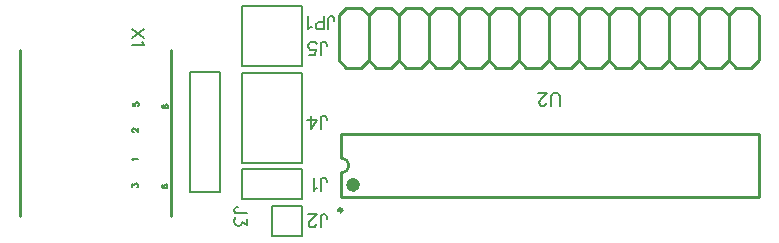
<source format=gto>
G04 Layer: TopSilkscreenLayer*
G04 EasyEDA v6.5.5, 2022-06-07 12:17:47*
G04 816fe8a47c3545be857c20b100b7e496,0a780afeddf54f0185a1b1f5ac8a31da,10*
G04 Gerber Generator version 0.2*
G04 Scale: 100 percent, Rotated: No, Reflected: No *
G04 Dimensions in millimeters *
G04 leading zeros omitted , absolute positions ,4 integer and 5 decimal *
%FSLAX45Y45*%
%MOMM*%

%ADD10C,0.2540*%
%ADD11C,0.3000*%
%ADD22C,0.2030*%
%ADD23C,0.2032*%
%ADD24C,0.6000*%
%ADD25C,0.1524*%

%LPD*%
D25*
X2281174Y-1644937D02*
G01*
X2281174Y-1561879D01*
X2286508Y-1546131D01*
X2291588Y-1541051D01*
X2302002Y-1535971D01*
X2312415Y-1535971D01*
X2322829Y-1541051D01*
X2328163Y-1546131D01*
X2333243Y-1561879D01*
X2333243Y-1572293D01*
X2246884Y-1624109D02*
G01*
X2236724Y-1629443D01*
X2220975Y-1644937D01*
X2220975Y-1535971D01*
X2281174Y-1953971D02*
G01*
X2281174Y-1870913D01*
X2286508Y-1855165D01*
X2291588Y-1850085D01*
X2302002Y-1845005D01*
X2312415Y-1845005D01*
X2322829Y-1850085D01*
X2328163Y-1855165D01*
X2333243Y-1870913D01*
X2333243Y-1881327D01*
X2241804Y-1928063D02*
G01*
X2241804Y-1933143D01*
X2236724Y-1943557D01*
X2231390Y-1948891D01*
X2220975Y-1953971D01*
X2200147Y-1953971D01*
X2189734Y-1948891D01*
X2184654Y-1943557D01*
X2179574Y-1933143D01*
X2179574Y-1922729D01*
X2184654Y-1912315D01*
X2195068Y-1896821D01*
X2246884Y-1845005D01*
X2174240Y-1845005D01*
X2281174Y-1120005D02*
G01*
X2281174Y-1036947D01*
X2286508Y-1021199D01*
X2291588Y-1016119D01*
X2302002Y-1011039D01*
X2312415Y-1011039D01*
X2322829Y-1016119D01*
X2328163Y-1021199D01*
X2333243Y-1036947D01*
X2333243Y-1047361D01*
X2195068Y-1120005D02*
G01*
X2246884Y-1047361D01*
X2169159Y-1047361D01*
X2195068Y-1120005D02*
G01*
X2195068Y-1011039D01*
X2281168Y-493471D02*
G01*
X2281168Y-410413D01*
X2286502Y-394665D01*
X2291582Y-389585D01*
X2301996Y-384505D01*
X2312410Y-384505D01*
X2322824Y-389585D01*
X2328158Y-394665D01*
X2333238Y-410413D01*
X2333238Y-420827D01*
X2184648Y-493471D02*
G01*
X2236718Y-493471D01*
X2241798Y-446735D01*
X2236718Y-451815D01*
X2220970Y-457149D01*
X2205476Y-457149D01*
X2189728Y-451815D01*
X2179568Y-441655D01*
X2174234Y-425907D01*
X2174234Y-415493D01*
X2179568Y-399999D01*
X2189728Y-389585D01*
X2205476Y-384505D01*
X2220970Y-384505D01*
X2236718Y-389585D01*
X2241798Y-394665D01*
X2246878Y-405079D01*
X2344674Y-277571D02*
G01*
X2344674Y-194513D01*
X2350008Y-178765D01*
X2355088Y-173685D01*
X2365502Y-168605D01*
X2375915Y-168605D01*
X2386329Y-173685D01*
X2391663Y-178765D01*
X2396743Y-194513D01*
X2396743Y-204927D01*
X2310384Y-277571D02*
G01*
X2310384Y-168605D01*
X2310384Y-277571D02*
G01*
X2263647Y-277571D01*
X2248154Y-272491D01*
X2243074Y-267157D01*
X2237740Y-256743D01*
X2237740Y-241249D01*
X2243074Y-230835D01*
X2248154Y-225755D01*
X2263647Y-220421D01*
X2310384Y-220421D01*
X2203450Y-256743D02*
G01*
X2193036Y-262077D01*
X2177541Y-277571D01*
X2177541Y-168605D01*
X4304093Y-925271D02*
G01*
X4304093Y-847293D01*
X4299013Y-831799D01*
X4288599Y-821385D01*
X4272851Y-816305D01*
X4262437Y-816305D01*
X4246943Y-821385D01*
X4236529Y-831799D01*
X4231449Y-847293D01*
X4231449Y-925271D01*
X4191825Y-899363D02*
G01*
X4191825Y-904443D01*
X4186745Y-914857D01*
X4181411Y-920191D01*
X4170997Y-925271D01*
X4150423Y-925271D01*
X4140009Y-920191D01*
X4134675Y-914857D01*
X4129595Y-904443D01*
X4129595Y-894029D01*
X4134675Y-883615D01*
X4145089Y-868121D01*
X4197159Y-816305D01*
X4124261Y-816305D01*
X788415Y-279400D02*
G01*
X679450Y-352044D01*
X788415Y-352044D02*
G01*
X679450Y-279400D01*
X767587Y-386334D02*
G01*
X772921Y-396747D01*
X788415Y-412495D01*
X679450Y-412495D01*
X695197Y-1386839D02*
G01*
X692912Y-1382268D01*
X686054Y-1375410D01*
X734568Y-1375410D01*
X697484Y-1145794D02*
G01*
X695197Y-1145794D01*
X690626Y-1143507D01*
X688339Y-1141221D01*
X686054Y-1136650D01*
X686054Y-1127252D01*
X688339Y-1122679D01*
X690626Y-1120394D01*
X695197Y-1118107D01*
X699770Y-1118107D01*
X704595Y-1120394D01*
X711454Y-1124965D01*
X734568Y-1148079D01*
X734568Y-1115821D01*
X686054Y-1610868D02*
G01*
X686054Y-1585468D01*
X704595Y-1599184D01*
X704595Y-1592326D01*
X706881Y-1587754D01*
X709168Y-1585468D01*
X716026Y-1583181D01*
X720597Y-1583181D01*
X727710Y-1585468D01*
X732281Y-1590039D01*
X734568Y-1596897D01*
X734568Y-1604010D01*
X732281Y-1610868D01*
X729995Y-1613154D01*
X725170Y-1615439D01*
X691134Y-901954D02*
G01*
X691134Y-925068D01*
X711962Y-927354D01*
X709676Y-925068D01*
X707389Y-918210D01*
X707389Y-911097D01*
X709676Y-904239D01*
X714247Y-899668D01*
X721105Y-897381D01*
X725678Y-897381D01*
X732789Y-899668D01*
X737362Y-904239D01*
X739647Y-911097D01*
X739647Y-918210D01*
X737362Y-925068D01*
X735076Y-927354D01*
X730250Y-929639D01*
X941831Y-1595373D02*
G01*
X937260Y-1597660D01*
X934973Y-1604518D01*
X934973Y-1609089D01*
X937260Y-1616202D01*
X944118Y-1620773D01*
X955802Y-1623060D01*
X967231Y-1623060D01*
X976629Y-1620773D01*
X981202Y-1616202D01*
X983487Y-1609089D01*
X983487Y-1606804D01*
X981202Y-1599945D01*
X976629Y-1595373D01*
X969518Y-1593087D01*
X967231Y-1593087D01*
X960373Y-1595373D01*
X955802Y-1599945D01*
X953515Y-1606804D01*
X953515Y-1609089D01*
X955802Y-1616202D01*
X960373Y-1620773D01*
X967231Y-1623060D01*
X940054Y-935989D02*
G01*
X942339Y-942847D01*
X946912Y-945134D01*
X951484Y-945134D01*
X956310Y-942847D01*
X958595Y-938276D01*
X960881Y-928878D01*
X963168Y-922020D01*
X967739Y-917447D01*
X972312Y-915162D01*
X979170Y-915162D01*
X983995Y-917447D01*
X986281Y-919734D01*
X988568Y-926592D01*
X988568Y-935989D01*
X986281Y-942847D01*
X983995Y-945134D01*
X979170Y-947420D01*
X972312Y-947420D01*
X967739Y-945134D01*
X963168Y-940562D01*
X960881Y-933450D01*
X958595Y-924305D01*
X956310Y-919734D01*
X951484Y-917447D01*
X946912Y-917447D01*
X942339Y-919734D01*
X940054Y-926592D01*
X940054Y-935989D01*
X1656613Y-1837067D02*
G01*
X1573555Y-1837067D01*
X1557807Y-1831733D01*
X1552727Y-1826653D01*
X1547647Y-1816239D01*
X1547647Y-1805825D01*
X1552727Y-1795411D01*
X1557807Y-1790077D01*
X1573555Y-1784997D01*
X1583969Y-1784997D01*
X1656613Y-1881517D02*
G01*
X1656613Y-1938667D01*
X1614957Y-1907679D01*
X1614957Y-1923173D01*
X1609877Y-1933587D01*
X1604797Y-1938667D01*
X1589049Y-1944001D01*
X1578635Y-1944001D01*
X1563141Y-1938667D01*
X1552727Y-1928507D01*
X1547647Y-1912759D01*
X1547647Y-1897265D01*
X1552727Y-1881517D01*
X1557807Y-1876437D01*
X1568221Y-1871357D01*
D22*
X2123693Y-1466121D02*
G01*
X1806194Y-1466121D01*
D23*
X2123693Y-1466121D02*
G01*
X2123693Y-1720121D01*
X1615694Y-1720121D01*
X1615694Y-1466121D01*
X1806194Y-1466121D01*
X1869694Y-1775155D02*
G01*
X2123693Y-1775155D01*
X2123693Y-2029155D01*
X1869694Y-2029155D01*
X1869694Y-1838655D01*
D22*
X1869694Y-1775155D02*
G01*
X1869694Y-1838655D01*
D23*
X1615694Y-1411089D02*
G01*
X2123693Y-1411089D01*
X2123693Y-649089D01*
X1615694Y-649089D01*
X1615694Y-1411089D01*
X1615694Y-924247D01*
X2123688Y-594055D02*
G01*
X1615688Y-594055D01*
X1615688Y-86055D01*
X2123688Y-86055D01*
X2123688Y-594055D01*
D10*
X2433195Y-543255D02*
G01*
X2496695Y-606755D01*
X2496695Y-606755D02*
G01*
X2623695Y-606755D01*
X2623695Y-606755D02*
G01*
X2687195Y-543255D01*
X2687195Y-543255D02*
G01*
X2750695Y-606755D01*
X2750695Y-606755D02*
G01*
X2877695Y-606755D01*
X2877695Y-606755D02*
G01*
X2941195Y-543255D01*
X2941195Y-543255D02*
G01*
X3004695Y-606755D01*
X3004695Y-606755D02*
G01*
X3131695Y-606755D01*
X3131695Y-606755D02*
G01*
X3195195Y-543255D01*
X3195195Y-543255D02*
G01*
X3258695Y-606755D01*
X3258695Y-606755D02*
G01*
X3385695Y-606755D01*
X3385695Y-606755D02*
G01*
X3449195Y-543255D01*
X3449195Y-543255D02*
G01*
X3512695Y-606755D01*
X3512695Y-606755D02*
G01*
X3639695Y-606755D01*
X3639695Y-606755D02*
G01*
X3703195Y-543255D01*
X3703195Y-543255D02*
G01*
X3766695Y-606755D01*
X3766695Y-606755D02*
G01*
X3893695Y-606755D01*
X3893695Y-606755D02*
G01*
X3957195Y-543255D01*
X2433195Y-543255D02*
G01*
X2433195Y-162255D01*
X2433195Y-162255D02*
G01*
X2496695Y-98755D01*
X2496695Y-98755D02*
G01*
X2623695Y-98755D01*
X2623695Y-98755D02*
G01*
X2687195Y-162255D01*
X2687195Y-162255D02*
G01*
X2750695Y-98755D01*
X2750695Y-98755D02*
G01*
X2877695Y-98755D01*
X2877695Y-98755D02*
G01*
X2941195Y-162255D01*
X2941195Y-162255D02*
G01*
X3004695Y-98755D01*
X3004695Y-98755D02*
G01*
X3131695Y-98755D01*
X3131695Y-98755D02*
G01*
X3195195Y-162255D01*
X3195195Y-162255D02*
G01*
X3258695Y-98755D01*
X3258695Y-98755D02*
G01*
X3385695Y-98755D01*
X3385695Y-98755D02*
G01*
X3449195Y-162255D01*
X3449195Y-162255D02*
G01*
X3512695Y-98755D01*
X3512695Y-98755D02*
G01*
X3639695Y-98755D01*
X3639695Y-98755D02*
G01*
X3703195Y-162255D01*
X3703195Y-162255D02*
G01*
X3766695Y-98755D01*
X3766695Y-98755D02*
G01*
X3893695Y-98755D01*
X3893695Y-98755D02*
G01*
X3957195Y-162255D01*
X3957195Y-162255D02*
G01*
X4020695Y-98755D01*
X4020695Y-98755D02*
G01*
X4147695Y-98755D01*
X4147695Y-98755D02*
G01*
X4211195Y-162255D01*
X4211195Y-162255D02*
G01*
X4274695Y-98755D01*
X4274695Y-98755D02*
G01*
X4401695Y-98755D01*
X4401695Y-98755D02*
G01*
X4465195Y-162255D01*
X4465195Y-162255D02*
G01*
X4528695Y-98755D01*
X4528695Y-98755D02*
G01*
X4655695Y-98755D01*
X4655695Y-98755D02*
G01*
X4719195Y-162255D01*
X4719195Y-162255D02*
G01*
X4782695Y-98755D01*
X4782695Y-98755D02*
G01*
X4909695Y-98755D01*
X4909695Y-98755D02*
G01*
X4973195Y-162255D01*
X4973195Y-162255D02*
G01*
X5036695Y-98755D01*
X5036695Y-98755D02*
G01*
X5163695Y-98755D01*
X5163695Y-98755D02*
G01*
X5227195Y-162255D01*
X5227195Y-162255D02*
G01*
X5290695Y-98755D01*
X5290695Y-98755D02*
G01*
X5417695Y-98755D01*
X5481195Y-162255D02*
G01*
X5417695Y-98755D01*
X5481195Y-162255D02*
G01*
X5544695Y-98755D01*
X5671695Y-98755D02*
G01*
X5544695Y-98755D01*
X5671695Y-98755D02*
G01*
X5735195Y-162255D01*
X5735195Y-543255D02*
G01*
X5671695Y-606755D01*
X5671695Y-606755D02*
G01*
X5544695Y-606755D01*
X5481195Y-543255D02*
G01*
X5544695Y-606755D01*
X5481195Y-543255D02*
G01*
X5417695Y-606755D01*
X5417695Y-606755D02*
G01*
X5290695Y-606755D01*
X5227195Y-543255D02*
G01*
X5290695Y-606755D01*
X5227195Y-543255D02*
G01*
X5163695Y-606755D01*
X5163695Y-606755D02*
G01*
X5036695Y-606755D01*
X4973195Y-543255D02*
G01*
X5036695Y-606755D01*
X4973195Y-543255D02*
G01*
X4909695Y-606755D01*
X4909695Y-606755D02*
G01*
X4782695Y-606755D01*
X4719195Y-543255D02*
G01*
X4782695Y-606755D01*
X4719195Y-543255D02*
G01*
X4655695Y-606755D01*
X4655695Y-606755D02*
G01*
X4528695Y-606755D01*
X4465195Y-543255D02*
G01*
X4528695Y-606755D01*
X4465195Y-543255D02*
G01*
X4401695Y-606755D01*
X4401695Y-606755D02*
G01*
X4274695Y-606755D01*
X4211195Y-543255D02*
G01*
X4274695Y-606755D01*
X4211195Y-543255D02*
G01*
X4147695Y-606755D01*
X4147695Y-606755D02*
G01*
X4020695Y-606755D01*
X3957195Y-543255D02*
G01*
X4020695Y-606755D01*
X2687195Y-162255D02*
G01*
X2687195Y-543255D01*
X2941195Y-162255D02*
G01*
X2941195Y-543255D01*
X3195195Y-162255D02*
G01*
X3195195Y-543255D01*
X3449195Y-162255D02*
G01*
X3449195Y-543255D01*
X3703195Y-162255D02*
G01*
X3703195Y-543255D01*
X3957195Y-162255D02*
G01*
X3957195Y-543255D01*
X4211195Y-162255D02*
G01*
X4211195Y-543255D01*
X4465195Y-162255D02*
G01*
X4465195Y-543255D01*
X4719195Y-162255D02*
G01*
X4719195Y-543255D01*
X4973195Y-162255D02*
G01*
X4973195Y-543255D01*
X5227195Y-162255D02*
G01*
X5227195Y-543255D01*
X5481195Y-162255D02*
G01*
X5481195Y-543255D01*
X5735195Y-162255D02*
G01*
X5735195Y-543255D01*
X5735195Y-162255D02*
G01*
X5798695Y-98755D01*
X5925695Y-98755D02*
G01*
X5798695Y-98755D01*
X5925695Y-98755D02*
G01*
X5989195Y-162255D01*
X5989195Y-543255D02*
G01*
X5925695Y-606755D01*
X5925695Y-606755D02*
G01*
X5798695Y-606755D01*
X5735195Y-543255D02*
G01*
X5798695Y-606755D01*
X5989195Y-162255D02*
G01*
X5989195Y-543255D01*
X2455545Y-1368755D02*
G01*
X2455545Y-1167254D01*
X5995543Y-1167254D01*
X5995543Y-1697255D01*
X2455545Y-1697255D01*
X2455545Y-1495755D01*
X-264160Y-457200D02*
G01*
X-264160Y-1859279D01*
X1016000Y-1859279D02*
G01*
X1010920Y-457200D01*
D23*
X1426997Y-1657997D02*
G01*
X1172997Y-1657997D01*
X1172997Y-641997D01*
X1426997Y-641997D01*
X1426997Y-832497D01*
D22*
X1426997Y-1657997D02*
G01*
X1426997Y-832497D01*
D11*
G75*
G01*
X2431542Y-1812239D02*
G03*
X2431542Y-1811985I15001J127D01*
D10*
G75*
G01*
X2455418Y-1495755D02*
G03*
X2455418Y-1368755I0J63500D01*
D24*
G75*
G01*
X2525522Y-1597355D02*
G03*
X2525522Y-1596847I29999J254D01*
M02*

</source>
